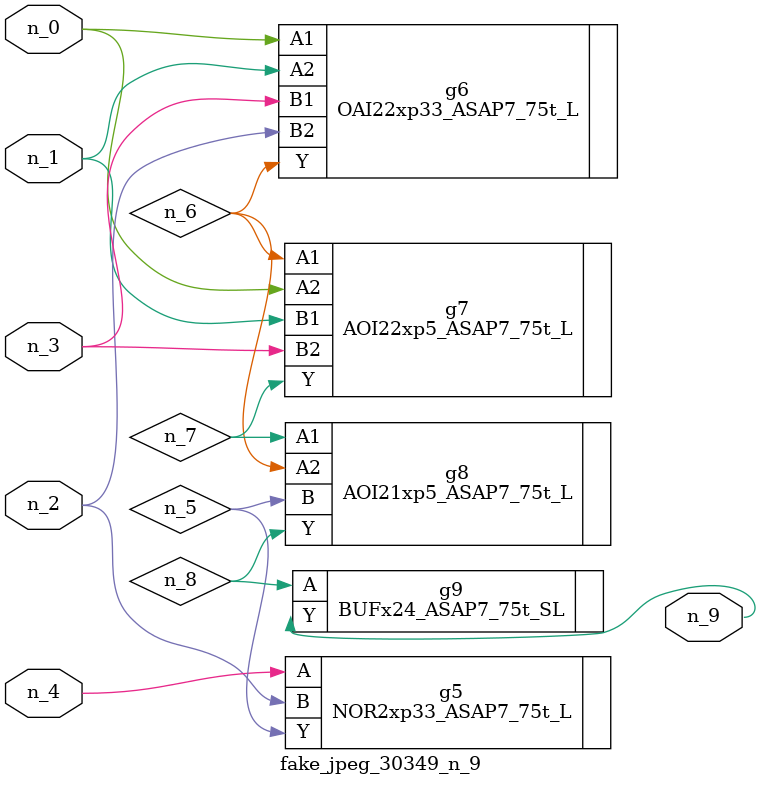
<source format=v>
module fake_jpeg_30349_n_9 (n_3, n_2, n_1, n_0, n_4, n_9);

input n_3;
input n_2;
input n_1;
input n_0;
input n_4;

output n_9;

wire n_8;
wire n_6;
wire n_5;
wire n_7;

NOR2xp33_ASAP7_75t_L g5 ( 
.A(n_4),
.B(n_2),
.Y(n_5)
);

OAI22xp33_ASAP7_75t_L g6 ( 
.A1(n_0),
.A2(n_1),
.B1(n_3),
.B2(n_2),
.Y(n_6)
);

AOI22xp5_ASAP7_75t_L g7 ( 
.A1(n_6),
.A2(n_0),
.B1(n_1),
.B2(n_3),
.Y(n_7)
);

AOI21xp5_ASAP7_75t_L g8 ( 
.A1(n_7),
.A2(n_6),
.B(n_5),
.Y(n_8)
);

BUFx24_ASAP7_75t_SL g9 ( 
.A(n_8),
.Y(n_9)
);


endmodule
</source>
